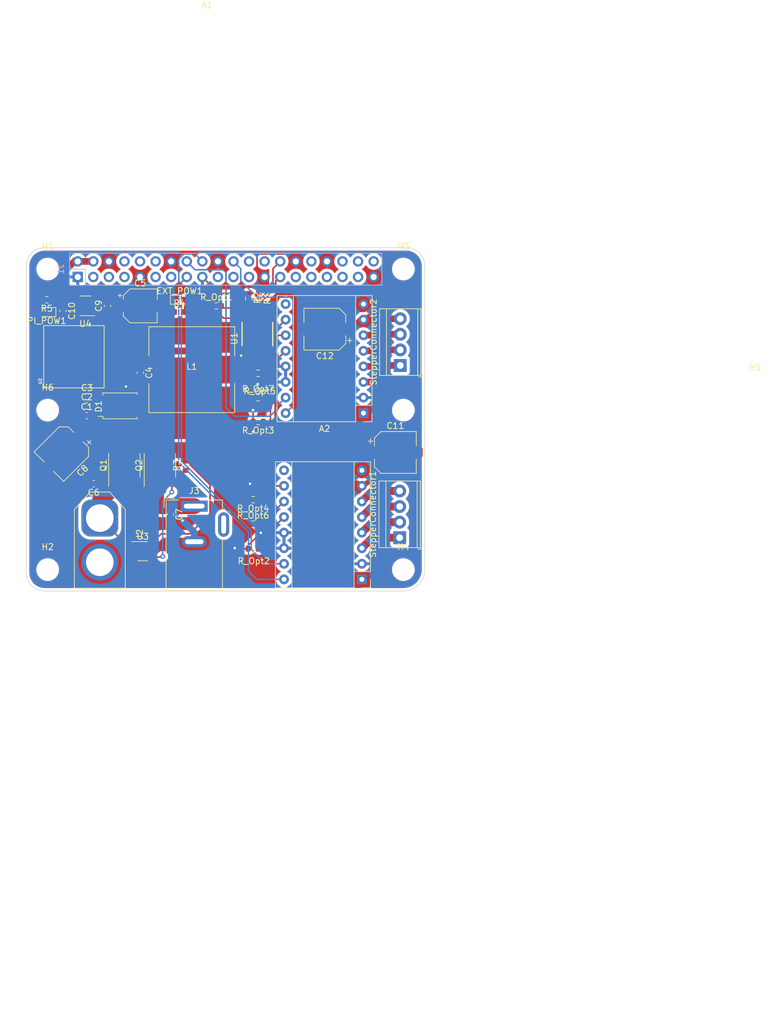
<source format=kicad_pcb>
(kicad_pcb (version 20211014) (generator pcbnew)
  (layers (0 "F.Cu" signal) (31 "B.Cu" signal) (34 "B.Paste" user) (35 "F.Paste" user) (36 "B.SilkS" user "B.Silkscreen") (37 "F.SilkS" user "F.Silkscreen") (38 "B.Mask" user) (39 "F.Mask" user) (44 "Edge.Cuts" user))
  (net 0 "")
  (net 1 "GND")
  (net 2 "+3V3")
  (net 3 "Net-(A1-Pad3)")
  (net 4 "Net-(A1-Pad4)")
  (net 5 "Net-(A1-Pad5)")
  (net 6 "Net-(A1-Pad6)")
  (net 7 "VCC")
  (net 9 "Net-(A1-Pad10)")
  (net 10 "Net-(A1-Pad11)")
  (net 11 "Net-(A1-Pad12)")
  (net 12 "/Step1")
  (net 13 "/Dir1")
  (net 14 "Net-(A2-Pad3)")
  (net 15 "Net-(A2-Pad4)")
  (net 16 "Net-(A2-Pad5)")
  (net 17 "Net-(A2-Pad6)")
  (net 19 "Net-(A2-Pad10)")
  (net 20 "Net-(A2-Pad11)")
  (net 21 "Net-(A2-Pad12)")
  (net 22 "/Step2")
  (net 23 "/Dir2")
  (net 24 "Net-(C6-Pad1)")
  (net 25 "Net-(C7-Pad1)")
  (net 26 "/Power/5V_out")
  (net 27 "+5V")
  (net 28 "Net-(EXT_POW1-Pad2)")
  (net 29 "/SDA")
  (net 30 "/SCL")
  (net 32 "/TXD")
  (net 33 "/RXD")
  (net 42 "/ID_SDA_EEPROM")
  (net 43 "/ID_SCL_EEPROM")
  (net 53 "Net-(PI_POW1-Pad2)")
  (net 55 "Net-(C4-Pad1)")
  (net 56 "Net-(C4-Pad2)")
  (net 57 "Net-(Q1-Pad4)")
  (net 58 "Net-(Q2-Pad4)")
  (net 62 "Net-(R_Opt1-Pad2)")
  (footprint "Capacitor_SMD:CP_Elec_6.3x7.7" (layer "F.Cu") (at 117.6 111.3 -135)
    (fp_text reference "C8" (at 0 -4.35 45) (layer "F.SilkS"))
    (fp_text value "47uF")
    (pad "1" smd roundrect (at -2.7 0 225) (size 3.5 1.6) (layers "F.Cu" "F.Paste" "F.Mask") (roundrect_rratio 0.15625) (net 7 "VCC"))
    (pad "2" smd roundrect (at 2.7 0 225) (size 3.5 1.6) (layers "F.Cu" "F.Paste" "F.Mask") (roundrect_rratio 0.15625) (net 1 "GND"))
  )
  (footprint "MountingHole:MountingHole_2.7mm_M2.5" (layer "F.Cu") (at 173 104.5)
    (fp_text reference "H5" (at 57.31 -6.94) (layer "F.SilkS"))
    (fp_text value "MountingHole")
    (pad "" np_thru_hole circle (at 0 0) (size 2.7 2.7) (drill 2.7) (layers *.Cu *.Mask))
  )
  (footprint "Module:Pololu_Breakout-16_15.2x20.3mm" (layer "F.Cu") (at 166.5 104.99 180)
    (fp_text reference "A2" (at 6.35 -2.54) (layer "F.SilkS"))
    (fp_text value "Pololu_Breakout_A4988")
    (pad "1" thru_hole rect (at 0 0 180) (size 1.6 1.6) (drill 0.8) (layers *.Cu *.Mask) (net 1 "GND"))
    (pad "2" thru_hole oval (at 0 2.54 180) (size 1.6 1.6) (drill 0.8) (layers *.Cu *.Mask) (net 2 "+3V3"))
    (pad "3" thru_hole oval (at 0 5.08 180) (size 1.6 1.6) (drill 0.8) (layers *.Cu *.Mask) (net 14 "Net-(A2-Pad3)"))
    (pad "4" thru_hole oval (at 0 7.62 180) (size 1.6 1.6) (drill 0.8) (layers *.Cu *.Mask) (net 15 "Net-(A2-Pad4)"))
    (pad "5" thru_hole oval (at 0 10.16 180) (size 1.6 1.6) (drill 0.8) (layers *.Cu *.Mask) (net 16 "Net-(A2-Pad5)"))
    (pad "6" thru_hole oval (at 0 12.7 180) (size 1.6 1.6) (drill 0.8) (layers *.Cu *.Mask) (net 17 "Net-(A2-Pad6)"))
    (pad "7" thru_hole oval (at 0 15.24 180) (size 1.6 1.6) (drill 0.8) (layers *.Cu *.Mask) (net 1 "GND"))
    (pad "8" thru_hole oval (at 0 17.78 180) (size 1.6 1.6) (drill 0.8) (layers *.Cu *.Mask) (net 7 "VCC"))
    (pad "9" thru_hole oval (at 12.7 17.78 180) (size 1.6 1.6) (drill 0.8) (layers *.Cu *.Mask))
    (pad "10" thru_hole oval (at 12.7 15.24 180) (size 1.6 1.6) (drill 0.8) (layers *.Cu *.Mask) (net 19 "Net-(A2-Pad10)"))
    (pad "11" thru_hole oval (at 12.7 12.7 180) (size 1.6 1.6) (drill 0.8) (layers *.Cu *.Mask) (net 20 "Net-(A2-Pad11)"))
    (pad "12" thru_hole oval (at 12.7 10.16 180) (size 1.6 1.6) (drill 0.8) (layers *.Cu *.Mask) (net 21 "Net-(A2-Pad12)"))
    (pad "13" thru_hole oval (at 12.7 7.62 180) (size 1.6 1.6) (drill 0.8) (layers *.Cu *.Mask) (net 2 "+3V3"))
    (pad "14" thru_hole oval (at 12.7 5.08 180) (size 1.6 1.6) (drill 0.8) (layers *.Cu *.Mask) (net 2 "+3V3"))
    (pad "15" thru_hole oval (at 12.7 2.54 180) (size 1.6 1.6) (drill 0.8) (layers *.Cu *.Mask) (net 22 "/Step2"))
    (pad "16" thru_hole oval (at 12.7 0 180) (size 1.6 1.6) (drill 0.8) (layers *.Cu *.Mask) (net 23 "/Dir2"))
  )
  (footprint "Package_SO:SOIC-8_3.9x4.9mm_P1.27mm" (layer "F.Cu") (at 127.5 113.5 90)
    (fp_text reference "Q1" (at 0 -3.4 90) (layer "F.SilkS"))
    (fp_text value "SI4143DY-T1-GE3")
    (pad "1" smd roundrect (at -2.475 -1.905 90) (size 1.95 0.6) (layers "F.Cu" "F.Paste" "F.Mask") (net 24 "Net-(C6-Pad1)"))
    (pad "2" smd roundrect (at -2.475 -0.635 90) (size 1.95 0.6) (layers "F.Cu" "F.Paste" "F.Mask") (net 24 "Net-(C6-Pad1)"))
    (pad "3" smd roundrect (at -2.475 0.635 90) (size 1.95 0.6) (layers "F.Cu" "F.Paste" "F.Mask") (net 24 "Net-(C6-Pad1)"))
    (pad "4" smd roundrect (at -2.475 1.905 90) (size 1.95 0.6) (layers "F.Cu" "F.Paste" "F.Mask") (net 57 "Net-(Q1-Pad4)"))
    (pad "5" smd roundrect (at 2.475 1.905 90) (size 1.95 0.6) (layers "F.Cu" "F.Paste" "F.Mask") (net 7 "VCC"))
    (pad "6" smd roundrect (at 2.475 0.635 90) (size 1.95 0.6) (layers "F.Cu" "F.Paste" "F.Mask") (net 7 "VCC"))
    (pad "7" smd roundrect (at 2.475 -0.635 90) (size 1.95 0.6) (layers "F.Cu" "F.Paste" "F.Mask") (net 7 "VCC"))
    (pad "8" smd roundrect (at 2.475 -1.905 90) (size 1.95 0.6) (layers "F.Cu" "F.Paste" "F.Mask") (net 7 "VCC"))
  )
  (footprint "Capacitor_SMD:C_0603_1608Metric" (layer "F.Cu") (at 135 121.5 -90)
    (fp_text reference "C7" (at 0 -1.43 90) (layer "F.SilkS"))
    (fp_text value "0.1uF")
    (pad "1" smd roundrect (at -0.775 0 270) (size 0.9 0.95) (layers "F.Cu" "F.Paste" "F.Mask") (net 25 "Net-(C7-Pad1)"))
    (pad "2" smd roundrect (at 0.775 0 270) (size 0.9 0.95) (layers "F.Cu" "F.Paste" "F.Mask") (net 1 "GND"))
  )
  (footprint "MountingHole:MountingHole_2.7mm_M2.5" (layer "F.Cu") (at 115 81.5)
    (fp_text reference "H1" (at 0 -3.7) (layer "F.SilkS"))
    (fp_text value "MountingHole")
    (pad "" np_thru_hole circle (at 0 0) (size 2.7 2.7) (drill 2.7) (layers *.Cu *.Mask))
  )
  (footprint "Package_TO_SOT_SMD:SOT-23-5_HandSoldering" (layer "F.Cu") (at 121.15 87.5 180)
    (fp_text reference "U4" (at 0 -2.9) (layer "F.SilkS"))
    (fp_text value "LTC4411ES5TRMPBF")
    (pad "1" smd rect (at -1.35 -0.95 180) (size 1.56 0.65) (layers "F.Cu" "F.Paste" "F.Mask") (net 26 "/Power/5V_out"))
    (pad "2" smd rect (at -1.35 0 180) (size 1.56 0.65) (layers "F.Cu" "F.Paste" "F.Mask") (net 1 "GND"))
    (pad "3" smd rect (at -1.35 0.95 180) (size 1.56 0.65) (layers "F.Cu" "F.Paste" "F.Mask") (net 1 "GND"))
    (pad "4" smd rect (at 1.35 0.95 180) (size 1.56 0.65) (layers "F.Cu" "F.Paste" "F.Mask"))
    (pad "5" smd rect (at 1.35 -0.95 180) (size 1.56 0.65) (layers "F.Cu" "F.Paste" "F.Mask") (net 27 "+5V"))
  )
  (footprint "Resistor_SMD:R_0603_1608Metric" (layer "F.Cu") (at 148.5 119.1 180)
    (fp_text reference "R_Opt4" (at 0 -1.43) (layer "F.SilkS"))
    (fp_text value "10k")
    (pad "1" smd roundrect (at -0.825 0 180) (size 0.8 0.95) (layers "F.Cu" "F.Paste" "F.Mask") (net 9 "Net-(A1-Pad10)"))
    (pad "2" smd roundrect (at 0.825 0 180) (size 0.8 0.95) (layers "F.Cu" "F.Paste" "F.Mask") (net 2 "+3V3"))
  )
  (footprint "Capacitor_SMD:C_0603_1608Metric" (layer "F.Cu") (at 121.375 103.8)
    (fp_text reference "C2" (at 0 -1.43) (layer "F.SilkS"))
    (fp_text value "10uF")
    (pad "1" smd roundrect (at -0.775 0) (size 0.9 0.95) (layers "F.Cu" "F.Paste" "F.Mask") (net 7 "VCC"))
    (pad "2" smd roundrect (at 0.775 0) (size 0.9 0.95) (layers "F.Cu" "F.Paste" "F.Mask") (net 1 "GND"))
  )
  (footprint "Resistor_SMD:R_0603_1608Metric" (layer "F.Cu") (at 148.5 127.1 180)
    (fp_text reference "R_Opt2" (at -0.1 -2) (layer "F.SilkS"))
    (fp_text value "10k")
    (pad "1" smd roundrect (at -0.825 0 180) (size 0.8 0.95) (layers "F.Cu" "F.Paste" "F.Mask") (net 11 "Net-(A1-Pad12)"))
    (pad "2" smd roundrect (at 0.825 0 180) (size 0.8 0.95) (layers "F.Cu" "F.Paste" "F.Mask") (net 2 "+3V3"))
  )
  (footprint "Capacitor_SMD:C_0603_1608Metric" (layer "F.Cu") (at 130.1 98.4 -90)
    (fp_text reference "C4" (at 0 -1.43 -270) (layer "F.SilkS"))
    (fp_text value "10nF")
    (pad "1" smd roundrect (at -0.775 0 270) (size 0.9 0.95) (layers "F.Cu" "F.Paste" "F.Mask") (net 55 "Net-(C4-Pad1)"))
    (pad "2" smd roundrect (at 0.775 0 270) (size 0.9 0.95) (layers "F.Cu" "F.Paste" "F.Mask") (net 56 "Net-(C4-Pad2)"))
  )
  (footprint "Resistor_SMD:R_0603_1608Metric" (layer "F.Cu") (at 114.85 86.5 180)
    (fp_text reference "R5" (at 0 -1.43) (layer "F.SilkS"))
    (fp_text value "1k")
    (pad "1" smd roundrect (at -0.825 0 180) (size 0.8 0.95) (layers "F.Cu" "F.Paste" "F.Mask") (net 27 "+5V"))
    (pad "2" smd roundrect (at 0.825 0 180) (size 0.8 0.95) (layers "F.Cu" "F.Paste" "F.Mask") (net 53 "Net-(PI_POW1-Pad2)"))
  )
  (footprint "iclr:SOIC127P600X175-8N" (layer "F.Cu") (at 149.2 92.1 90)
    (fp_text reference "U1" (at -0.731325 -3.766835 90) (layer "F.SilkS") (effects (font (size 1.001819 1.001819))))
    (fp_text value "CAT24C32WI-GT3")
    (pad "1" smd rect (at -2.6 -1.905) (size 0.6 2.2) (layers "F.Cu" "F.Paste" "F.Mask") (net 1 "GND"))
    (pad "2" smd rect (at -2.6 -0.635) (size 0.6 2.2) (layers "F.Cu" "F.Paste" "F.Mask") (net 1 "GND"))
    (pad "3" smd rect (at -2.6 0.635) (size 0.6 2.2) (layers "F.Cu" "F.Paste" "F.Mask") (net 1 "GND"))
    (pad "4" smd rect (at -2.6 1.905) (size 0.6 2.2) (layers "F.Cu" "F.Paste" "F.Mask") (net 1 "GND"))
    (pad "5" smd rect (at 2.6 1.905) (size 0.6 2.2) (layers "F.Cu" "F.Paste" "F.Mask") (net 42 "/ID_SDA_EEPROM"))
    (pad "6" smd rect (at 2.6 0.635) (size 0.6 2.2) (layers "F.Cu" "F.Paste" "F.Mask") (net 43 "/ID_SCL_EEPROM"))
    (pad "7" smd rect (at 2.6 -0.635) (size 0.6 2.2) (layers "F.Cu" "F.Paste" "F.Mask") (net 62 "Net-(R_Opt1-Pad2)"))
    (pad "8" smd rect (at 2.6 -1.905) (size 0.6 2.2) (layers "F.Cu" "F.Paste" "F.Mask") (net 2 "+3V3"))
  )
  (footprint "Capacitor_SMD:C_0603_1608Metric" (layer "F.Cu") (at 121.375 105.4)
    (fp_text reference "C1" (at 0 -1.43) (layer "F.SilkS"))
    (fp_text value "10uF")
    (pad "1" smd roundrect (at -0.775 0) (size 0.9 0.95) (layers "F.Cu" "F.Paste" "F.Mask") (net 7 "VCC"))
    (pad "2" smd roundrect (at 0.775 0) (size 0.9 0.95) (layers "F.Cu" "F.Paste" "F.Mask") (net 1 "GND"))
  )
  (footprint "Resistor_SMD:R_0603_1608Metric" (layer "F.Cu") (at 149.325 106.3675 180)
    (fp_text reference "R_Opt3" (at 0 -1.43) (layer "F.SilkS"))
    (fp_text value "10k")
    (pad "1" smd roundrect (at -0.825 0 180) (size 0.8 0.95) (layers "F.Cu" "F.Paste" "F.Mask") (net 21 "Net-(A2-Pad12)"))
    (pad "2" smd roundrect (at 0.825 0 180) (size 0.8 0.95) (layers "F.Cu" "F.Paste" "F.Mask") (net 2 "+3V3"))
  )
  (footprint "Resistor_SMD:R_0603_1608Metric" (layer "F.Cu") (at 147.8 86.3 -90)
    (fp_text reference "R2" (at -0.125 -1.4 90) (layer "F.SilkS"))
    (fp_text value "3.9k")
    (pad "1" smd roundrect (at -0.825 0 270) (size 0.8 0.95) (layers "F.Cu" "F.Paste" "F.Mask") (net 2 "+3V3"))
    (pad "2" smd roundrect (at 0.825 0 270) (size 0.8 0.95) (layers "F.Cu" "F.Paste" "F.Mask") (net 43 "/ID_SCL_EEPROM"))
  )
  (footprint "Capacitor_SMD:C_0603_1608Metric" (layer "F.Cu") (at 122.5 116.5 180)
    (fp_text reference "C6" (at 0 -1.43) (layer "F.SilkS"))
    (fp_text value "0.1uF")
    (pad "1" smd roundrect (at -0.775 0 180) (size 0.9 0.95) (layers "F.Cu" "F.Paste" "F.Mask") (net 24 "Net-(C6-Pad1)"))
    (pad "2" smd roundrect (at 0.775 0 180) (size 0.9 0.95) (layers "F.Cu" "F.Paste" "F.Mask") (net 1 "GND"))
  )
  (footprint "LED_SMD:LED_0603_1608Metric" (layer "F.Cu") (at 136.5 86.5)
    (fp_text reference "EXT_POW1" (at 0 -1.43) (layer "F.SilkS"))
    (fp_text value "LED")
    (pad "1" smd roundrect (at -0.7875 0) (size 0.875 0.95) (layers "F.Cu" "F.Paste" "F.Mask") (net 1 "GND"))
    (pad "2" smd roundrect (at 0.7875 0) (size 0.875 0.95) (layers "F.Cu" "F.Paste" "F.Mask") (net 28 "Net-(EXT_POW1-Pad2)"))
  )
  (footprint "MountingHole:MountingHole_2.7mm_M2.5" (layer "F.Cu") (at 115 104.5)
    (fp_text reference "H6" (at 0 -3.7) (layer "F.SilkS"))
    (fp_text value "MountingHole")
    (pad "" np_thru_hole circle (at 0 0) (size 2.7 2.7) (drill 2.7) (layers *.Cu *.Mask))
  )
  (footprint "Capacitor_SMD:C_0603_1608Metric" (layer "F.Cu") (at 121.4 102.3)
    (fp_text reference "C3" (at 0 -1.43) (layer "F.SilkS"))
    (fp_text value "1uF")
    (pad "1" smd roundrect (at -0.775 0) (size 0.9 0.95) (layers "F.Cu" "F.Paste" "F.Mask") (net 7 "VCC"))
    (pad "2" smd roundrect (at 0.775 0) (size 0.9 0.95) (layers "F.Cu" "F.Paste" "F.Mask") (net 1 "GND"))
  )
  (footprint "TerminalBlock_TE-Connectivity:TerminalBlock_TE_282834-4_1x04_P2.54mm_Horizontal" (layer "F.Cu") (at 172.5 97.215 90)
    (fp_text reference "StepperConnector2" (at 3.81 -4.37 90) (layer "F.SilkS"))
    (fp_text value "Screw_Terminal_01x04")
    (pad "1" thru_hole rect (at 0 0 90) (size 2.1 2.1) (drill 1.1) (layers *.Cu *.Mask) (net 14 "Net-(A2-Pad3)"))
    (pad "2" thru_hole circle (at 2.54 0 90) (size 2.1 2.1) (drill 1.1) (layers *.Cu *.Mask) (net 15 "Net-(A2-Pad4)"))
    (pad "3" thru_hole circle (at 5.08 0 90) (size 2.1 2.1) (drill 1.1) (layers *.Cu *.Mask) (net 16 "Net-(A2-Pad5)"))
    (pad "4" thru_hole circle (at 7.62 0 90) (size 2.1 2.1) (drill 1.1) (layers *.Cu *.Mask) (net 17 "Net-(A2-Pad6)"))
  )
  (footprint "Resistor_SMD:R_0603_1608Metric" (layer "F.Cu") (at 142.5 87.5)
    (fp_text reference "R_Opt1" (at 0 -1.43) (layer "F.SilkS"))
    (fp_text value "10k")
    (pad "1" smd roundrect (at -0.825 0) (size 0.8 0.95) (layers "F.Cu" "F.Paste" "F.Mask") (net 2 "+3V3"))
    (pad "2" smd roundrect (at 0.825 0) (size 0.8 0.95) (layers "F.Cu" "F.Paste" "F.Mask") (net 62 "Net-(R_Opt1-Pad2)"))
  )
  (footprint "TerminalBlock_TE-Connectivity:TerminalBlock_TE_282834-4_1x04_P2.54mm_Horizontal" (layer "F.Cu") (at 172.4 125.3 90)
    (fp_text reference "StepperConnector1" (at 3.81 -4.37 90) (layer "F.SilkS"))
    (fp_text value "Screw_Terminal_01x04")
    (pad "1" thru_hole rect (at 0 0 90) (size 2.1 2.1) (drill 1.1) (layers *.Cu *.Mask) (net 3 "Net-(A1-Pad3)"))
    (pad "2" thru_hole circle (at 2.54 0 90) (size 2.1 2.1) (drill 1.1) (layers *.Cu *.Mask) (net 4 "Net-(A1-Pad4)"))
    (pad "3" thru_hole circle (at 5.08 0 90) (size 2.1 2.1) (drill 1.1) (layers *.Cu *.Mask) (net 5 "Net-(A1-Pad5)"))
    (pad "4" thru_hole circle (at 7.62 0 90) (size 2.1 2.1) (drill 1.1) (layers *.Cu *.Mask) (net 6 "Net-(A1-Pad6)"))
  )
  (footprint "iclr:Bourns_SRP1270" (layer "F.Cu") (at 138.5 97.9)
    (fp_text reference "L1" (at 0 -0.5 unlocked) (layer "F.SilkS"))
    (fp_text value "8.2uH")
    (pad "1" smd rect (at -5.5 0 90) (size 4.5 4) (layers "F.Cu" "F.Paste" "F.Mask") (net 56 "Net-(C4-Pad2)"))
    (pad "2" smd rect (at 5.5 0 90) (size 4.5 4) (layers "F.Cu" "F.Paste" "F.Mask") (net 26 "/Power/5V_out"))
  )
  (footprint "iclr:TO127P1401X200-7N" (layer "F.Cu") (at 121.6 95.8 90)
    (fp_text reference "U2" (at -3.984965 -7.807367 90) (layer "F.SilkS") (effects (font (size 0.481082 0.481082))))
    (fp_text value "LM22679TJ-5.0/NOPB")
    (pad "1" smd roundrect locked (at -3.81 5.99 180) (size 2.89 0.89) (layers "F.Cu" "F.Paste" "F.Mask") (net 56 "Net-(C4-Pad2)"))
    (pad "2" smd roundrect locked (at -2.54 5.99 180) (size 2.89 0.89) (layers "F.Cu" "F.Paste" "F.Mask") (net 7 "VCC"))
    (pad "3" smd roundrect locked (at -1.27 5.99 180) (size 2.89 0.89) (layers "F.Cu" "F.Paste" "F.Mask") (net 55 "Net-(C4-Pad1)"))
    (pad "4" smd roundrect locked (at 0 5.99 180) (size 2.89 0.89) (layers "F.Cu" "F.Paste" "F.Mask") (net 1 "GND"))
    (pad "5" smd roundrect locked (at 1.27 5.99 180) (size 2.89 0.89) (layers "F.Cu" "F.Paste" "F.Mask"))
    (pad "6" smd roundrect locked (at 2.54 5.99 180) (size 2.89 0.89) (layers "F.Cu" "F.Paste" "F.Mask") (net 26 "/Power/5V_out"))
    (pad "7" smd roundrect locked (at 3.81 5.99 180) (size 2.89 0.89) (layers "F.Cu" "F.Paste" "F.Mask"))
    (pad "8" smd rect locked (at 0 -3.235 90) (size 5.59 6.35) (layers "F.Cu" "F.Mask") (net 1 "GND"))
  )
  (footprint "Connector_AMASS:AMASS_XT60-F_1x02_P7.20mm_Vertical" (layer "F.Cu") (at 123.5 122.1 -90)
    (fp_text reference "J2" (at 2.65 -6.5 90) (layer "F.SilkS"))
    (fp_text value "Conn_01x02")
    (pad "1" thru_hole roundrect (at 0 0 270) (size 6 6) (drill 4.5) (layers *.Cu *.Mask) (net 24 "Net-(C6-Pad1)"))
    (pad "2" thru_hole circle (at 7.2 0 270) (size 6 6) (drill 4.5) (layers *.Cu *.Mask) (net 1 "GND"))
  )
  (footprint "LED_SMD:LED_0603_1608Metric" (layer "F.Cu") (at 114.85 88.5 180)
    (fp_text reference "PI_POW1" (at 0 -1.43) (layer "F.SilkS"))
    (fp_text value "LED")
    (pad "1" smd roundrect (at -0.7875 0 180) (size 0.875 0.95) (layers "F.Cu" "F.Paste" "F.Mask") (net 1 "GND"))
    (pad "2" smd roundrect (at 0.7875 0 180) (size 0.875 0.95) (layers "F.Cu" "F.Paste" "F.Mask") (net 53 "Net-(PI_POW1-Pad2)"))
  )
  (footprint "Resistor_SMD:R_0603_1608Metric" (layer "F.Cu") (at 136.5 88.5)
    (fp_text reference "R4" (at 0 -1.43) (layer "F.SilkS"))
    (fp_text value "1k")
    (pad "1" smd roundrect (at -0.825 0) (size 0.8 0.95) (layers "F.Cu" "F.Paste" "F.Mask") (net 26 "/Power/5V_out"))
    (pad "2" smd roundrect (at 0.825 0) (size 0.8 0.95) (layers "F.Cu" "F.Paste" "F.Mask") (net 28 "Net-(EXT_POW1-Pad2)"))
  )
  (footprint "Module:Pololu_Breakout-16_15.2x20.3mm" (layer "F.Cu") (at 166.24 132.09 180)
    (fp_text reference "A1" (at 25.25 93.61) (layer "F.SilkS"))
    (fp_text value "Pololu_Breakout_A4988")
    (pad "1" thru_hole rect (at 0 0 180) (size 1.6 1.6) (drill 0.8) (layers *.Cu *.Mask) (net 1 "GND"))
    (pad "2" thru_hole oval (at 0 2.54 180) (size 1.6 1.6) (drill 0.8) (layers *.Cu *.Mask) (net 2 "+3V3"))
    (pad "3" thru_hole oval (at 0 5.08 180) (size 1.6 1.6) (drill 0.8) (layers *.Cu *.Mask) (net 3 "Net-(A1-Pad3)"))
    (pad "4" thru_hole oval (at 0 7.62 180) (size 1.6 1.6) (drill 0.8) (layers *.Cu *.Mask) (net 4 "Net-(A1-Pad4)"))
    (pad "5" thru_hole oval (at 0 10.16 180) (size 1.6 1.6) (drill 0.8) (layers *.Cu *.Mask) (net 5 "Net-(A1-Pad5)"))
    (pad "6" thru_hole oval (at 0 12.7 180) (size 1.6 1.6) (drill 0.8) (layers *.Cu *.Mask) (net 6 "Net-(A1-Pad6)"))
    (pad "7" thru_hole oval (at 0 15.24 180) (size 1.6 1.6) (drill 0.8) (layers *.Cu *.Mask) (net 1 "GND"))
    (pad "8" thru_hole oval (at 0 17.78 180) (size 1.6 1.6) (drill 0.8) (layers *.Cu *.Mask) (net 7 "VCC"))
    (pad "9" thru_hole oval (at 12.7 17.78 180) (size 1.6 1.6) (drill 0.8) (layers *.Cu *.Mask))
    (pad "10" thru_hole oval (at 12.7 15.24 180) (size 1.6 1.6) (drill 0.8) (layers *.Cu *.Mask) (net 9 "Net-(A1-Pad10)"))
    (pad "11" thru_hole oval (at 12.7 12.7 180) (size 1.6 1.6) (drill 0.8) (layers *.Cu *.Mask) (net 10 "Net-(A1-Pad11)"))
    (pad "12" thru_hole oval (at 12.7 10.16 180) (size 1.6 1.6) (drill 0.8) (layers *.Cu *.Mask) (net 11 "Net-(A1-Pad12)"))
    (pad "13" thru_hole oval (at 12.7 7.62 180) (size 1.6 1.6) (drill 0.8) (layers *.Cu *.Mask) (net 2 "+3V3"))
    (pad "14" thru_hole oval (at 12.7 5.08 180) (size 1.6 1.6) (drill 0.8) (layers *.Cu *.Mask) (net 2 "+3V3"))
    (pad "15" thru_hole oval (at 12.7 2.54 180) (size 1.6 1.6) (drill 0.8) (layers *.Cu *.Mask) (net 12 "/Step1"))
    (pad "16" thru_hole oval (at 12.7 0 180) (size 1.6 1.6) (drill 0.8) (layers *.Cu *.Mask) (net 13 "/Dir1"))
  )
  (footprint "Capacitor_SMD:CP_Elec_6.3x7.7" (layer "F.Cu") (at 160.2 91.3 180)
    (fp_text reference "C12" (at 0 -4.35) (layer "F.SilkS"))
    (fp_text value "47uF")
    (pad "1" smd roundrect (at -2.7 0 180) (size 3.5 1.6) (layers "F.Cu" "F.Paste" "F.Mask") (roundrect_rratio 0.15625) (net 7 "VCC"))
    (pad "2" smd roundrect (at 2.7 0 180) (size 3.5 1.6) (layers "F.Cu" "F.Paste" "F.Mask") (roundrect_rratio 0.15625) (net 1 "GND"))
  )
  (footprint "MountingHole:MountingHole_2.7mm_M2.5" (layer "F.Cu") (at 173 81.5)
    (fp_text reference "H3" (at 0 -3.7) (layer "F.SilkS"))
    (fp_text value "MountingHole")
    (pad "" np_thru_hole circle (at 0 0) (size 2.7 2.7) (drill 2.7) (layers *.Cu *.Mask))
  )
  (footprint "Capacitor_SMD:C_0603_1608Metric" (layer "F.Cu") (at 124.75 87.5 90)
    (fp_text reference "C9" (at 0 -1.43 90) (layer "F.SilkS"))
    (fp_text value "1uF")
    (pad "1" smd roundrect (at -0.775 0 90) (size 0.9 0.95) (layers "F.Cu" "F.Paste" "F.Mask") (net 26 "/Power/5V_out"))
    (pad "2" smd roundrect (at 0.775 0 90) (size 0.9 0.95) (layers "F.Cu" "F.Paste" "F.Mask") (net 1 "GND"))
  )
  (footprint "Resistor_SMD:R_0603_1608Metric" (layer "F.Cu") (at 137.5 113.5 90)
    (fp_text reference "R3" (at 0 -1.43 90) (layer "F.SilkS"))
    (fp_text value "470k")
    (pad "1" smd roundrect (at -0.825 0 90) (size 0.8 0.95) (layers "F.Cu" "F.Paste" "F.Mask") (net 58 "Net-(Q2-Pad4)"))
    (pad "2" smd roundrect (at 0.825 0 90) (size 0.8 0.95) (layers "F.Cu" "F.Paste" "F.Mask") (net 7 "VCC"))
  )
  (footprint "Capacitor_SMD:CP_Elec_6.3x7.7" (layer "F.Cu") (at 171.7 111.4)
    (fp_text reference "C11" (at 0 -4.35) (layer "F.SilkS"))
    (fp_text value "47uF")
    (pad "1" smd roundrect (at -2.7 0) (size 3.5 1.6) (layers "F.Cu" "F.Paste" "F.Mask") (roundrect_rratio 0.15625) (net 7 "VCC"))
    (pad "2" smd roundrect (at 2.7 0) (size 3.5 1.6) (layers "F.Cu" "F.Paste" "F.Mask") (roundrect_rratio 0.15625) (net 1 "GND"))
  )
  (footprint "MountingHole:MountingHole_2.7mm_M2.5" (layer "F.Cu") (at 173 130.5)
    (fp_text reference "H4" (at 0 -3.7) (layer "F.SilkS"))
    (fp_text value "MountingHole")
    (pad "" np_thru_hole circle (at 0 0) (size 2.7 2.7) (drill 2.7) (layers *.Cu *.Mask))
  )
  (footprint "Package_TO_SOT_SMD:TSOT-23-6" (layer "F.Cu") (at 130.5 127.5)
    (fp_text reference "U3" (at 0 -2.4) (layer "F.SilkS"))
    (fp_text value "LTC4412xS6")
    (pad "1" smd roundrect (at -1.1375 -0.95) (size 1.325 0.6) (layers "F.Cu" "F.Paste" "F.Mask") (net 24 "Net-(C6-Pad1)"))
    (pad "2" smd roundrect (at -1.1375 0) (size 1.325 0.6) (layers "F.Cu" "F.Paste" "F.Mask") (net 1 "GND"))
    (pad "3" smd roundrect (at -1.1375 0.95) (size 1.325 0.6) (layers "F.Cu" "F.Paste" "F.Mask") (net 1 "GND"))
    (pad "4" smd roundrect (at 1.1375 0.95) (size 1.325 0.6) (layers "F.Cu" "F.Paste" "F.Mask") (net 58 "Net-(Q2-Pad4)"))
    (pad "5" smd roundrect (at 1.1375 0) (size 1.325 0.6) (layers "F.Cu" "F.Paste" "F.Mask") (net 57 "Net-(Q1-Pad4)"))
    (pad "6" smd roundrect (at 1.1375 -0.95) (size 1.325 0.6) (layers "F.Cu" "F.Paste" "F.Mask") (net 7 "VCC"))
  )
  (footprint "Resistor_SMD:R_0603_1608Metric" (layer "F.Cu") (at 149.325 98.5 180)
    (fp_text reference "R_Opt5" (at -0.237258 -2.8975) (layer "F.SilkS"))
    (fp_text value "10k")
    (pad "1" smd roundrect (at -0.825 0 180) (size 0.8 0.95) (layers "F.Cu" "F.Paste" "F.Mask") (net 19 "Net-(A2-Pad10)"))
    (pad "2" smd roundrect (at 0.825 0 180) (size 0.8 0.95) (layers "F.Cu" "F.Paste" "F.Mask") (net 2 "+3V3"))
  )
  (footprint "Package_TO_SOT_SMD:TO-277B" (layer "F.Cu") (at 126.8 103.8 90)
    (fp_text reference "D1" (at -0.1 -3.5 90) (layer "F.SilkS"))
    (fp_text value "DST1550S")
    (pad "1" smd rect (at -0.97 -3.15 90) (size 0.95 1) (layers "F.Cu" "F.Paste" "F.Mask") (net 1 "GND"))
    (pad "2" smd rect (at 0.97 -3.15 90) (size 0.95 1) (layers "F.Cu" "F.Paste" "F.Mask") (net 1 "GND"))
    (pad "3" smd rect (at 0 1.2 90) (size 3.2 4.9) (layers "F.Cu" "F.Mask") (net 56 "Net-(C4-Pad2)"))
  )
  (footprint "Capacitor_SMD:CP_Elec_5x5.9" (layer "F.Cu") (at 130.1 87.5)
    (fp_text reference "C5" (at 0 -3.7) (layer "F.SilkS"))
    (fp_text value "100uF")
    (pad "1" smd roundrect (at -2.2 0) (size 3 1.6) (layers "F.Cu" "F.Paste" "F.Mask") (roundrect_rratio 0.15625) (net 26 "/Power/5V_out"))
    (pad "2" smd roundrect (at 2.2 0) (size 3 1.6) (layers "F.Cu" "F.Paste" "F.Mask") (roundrect_rratio 0.15625) (net 1 "GND"))
  )
  (footprint "Package_SO:SOIC-8_3.9x4.9mm_P1.27mm" (layer "F.Cu") (at 133.3 113.5 90)
    (fp_text reference "Q2" (at 0 -3.4 90) (layer "F.SilkS"))
    (fp_text value "SI4143DY-T1-GE3")
    (pad "1" smd roundrect (at -2.475 -1.905 90) (size 1.95 0.6) (layers "F.Cu" "F.Paste" "F.Mask") (net 25 "Net-(C7-Pad1)"))
    (pad "2" smd roundrect (at -2.475 -0.635 90) (size 1.95 0.6) (layers "F.Cu" "F.Paste" "F.Mask") (net 25 "Net-(C7-Pad1)"))
    (pad "3" smd roundrect (at -2.475 0.635 90) (size 1.95 0.6) (layers "F.Cu" "F.Paste" "F.Mask") (net 25 "Net-(C7-Pad1)"))
    (pad "4" smd roundrect (at -2.475 1.905 90) (size 1.95 0.6) (layers "F.Cu" "F.Paste" "F.Mask") (net 58 "Net-(Q2-Pad4)"))
    (pad "5" smd roundrect (at 2.475 1.905 90) (size 1.95 0.6) (layers "F.Cu" "F.Paste" "F.Mask") (net 7 "VCC"))
    (pad "6" smd roundrect (at 2.475 0.635 90) (size 1.95 0.6) (layers "F.Cu" "F.Paste" "F.Mask") (net 7 "VCC"))
    (pad "7" smd roundrect (at 2.475 -0.635 90) (size 1.95 0.6) (layers "F.Cu" "F.Paste" "F.Mask") (net 7 "VCC"))
    (pad "8" smd roundrect (at 2.475 -1.905 90) (size 1.95 0.6) (layers "F.Cu" "F.Paste" "F.Mask") (net 7 "VCC"))
  )
  (footprint "Resistor_SMD:R_0603_1608Metric" (layer "F.Cu") (at 149.4 86.3 -90)
    (fp_text reference "R1" (at 0 -1.43 90) (layer "F.SilkS"))
    (fp_text value "3.9k")
    (pad "1" smd roundrect (at -0.825 0 270) (size 0.8 0.95) (layers "F.Cu" "F.Paste" "F.Mask") (net 2 "+3V3"))
    (pad "2" smd roundrect (at 0.825 0 270) (size 0.8 0.95) (layers "F.Cu" "F.Paste" "F.Mask") (net 42 "/ID_SDA_EEPROM"))
  )
  (footprint "Resistor_SMD:R_0603_1608Metric" (layer "F.Cu") (at 149.325 102.4675)
    (fp_text reference "R_Opt7" (at 0 -1.43) (layer "F.SilkS"))
    (fp_text value "10k")
    (pad "1" smd roundrect (at -0.825 0) (size 0.8 0.95) (layers "F.Cu" "F.Paste" "F.Mask") (net 1 "GND"))
    (pad "2" smd roundrect (at 0.825 0) (size 0.8 0.95) (layers "F.Cu" "F.Paste" "F.Mask") (net 20 "Net-(A2-Pad11)"))
  )
  (footprint "Resistor_SMD:R_0603_1608Metric" (layer "F.Cu") (at 148.5 123.1)
    (fp_text reference "R_Opt6" (at 0 -1.43) (layer "F.SilkS"))
    (fp_text value "10k")
    (pad "1" smd roundrect (at -0.825 0) (size 0.8 0.95) (layers "F.Cu" "F.Paste" "F.Mask") (net 1 "GND"))
    (pad "2" smd roundrect (at 0.825 0) (size 0.8 0.95) (layers "F.Cu" "F.Paste" "F.Mask") (net 10 "Net-(A1-Pad11)"))
  )
  (footprint "Capacitor_SMD:C_0603_1608Metric" (layer "F.Cu") (at 117.5 88.325 -90)
    (fp_text reference "C10" (at 0 -1.43 90) (layer "F.SilkS"))
    (fp_text value "4.7uF")
    (pad "1" smd roundrect (at -0.775 0 270) (size 0.9 0.95) (layers "F.Cu" "F.Paste" "F.Mask") (net 27 "+5V"))
    (pad "2" smd roundrect (at 0.775 0 270) (size 0.9 0.95) (layers "F.Cu" "F.Paste" "F.Mask") (net 1 "GND"))
  )
  (footprint "Connector_BarrelJack:BarrelJack_Wuerth_6941xx301002" (layer "F.Cu") (at 138.9 120.15)
    (fp_text reference "J3" (at 0 -2.5) (layer "F.SilkS"))
    (fp_text value "Barrel_Jack_Switch")
    (pad "1" thru_hole rect (at 0 0) (size 4.4 1.8) (drill oval 3.4 0.8) (layers *.Cu *.Mask) (net 25 "Net-(C7-Pad1)"))
    (pad "2" thru_hole oval (at 0 5.8) (size 4 1.8) (drill oval 3 0.8) (layers *.Cu *.Mask) (net 1 "GND"))
    (pad "3" thru_hole oval (at 4.8 3 90) (size 4 1.8) (drill oval 3 0.8) (layers *.Cu *.Mask))
  )
  (footprint "MountingHole:MountingHole_2.7mm_M2.5" (layer "F.Cu") (at 115 130.5)
    (fp_text reference "H2" (at 0 -3.7) (layer "F.SilkS"))
    (fp_text value "MountingHole")
    (pad "" np_thru_hole circle (at 0 0) (size 2.7 2.7) (drill 2.7) (layers *.Cu *.Mask))
  )
  (footprint "Connector_PinSocket_2.54mm:PinSocket_2x20_P2.54mm_Vertical" (layer "B.Cu") (at 119.9 82.79 -90)
    (fp_text reference "J1" (at -1.27 2.77 90) (layer "B.SilkS") (effects (justify mirror)))
    (fp_text value "Raspberry_Pi_2_3")
    (pad "1" thru_hole rect (at 0 0 270) (size 1.7 1.7) (drill 1) (layers *.Cu *.Mask) (net 2 "+3V3"))
    (pad "2" thru_hole oval (at -2.54 0 270) (size 1.7 1.7) (drill 1) (layers *.Cu *.Mask) (net 27 "+5V"))
    (pad "3" thru_hole oval (at 0 -2.54 270) (size 1.7 1.7) (drill 1) (layers *.Cu *.Mask) (net 29 "/SDA"))
    (pad "4" thru_hole oval (at -2.54 -2.54 270) (size 1.7 1.7) (drill 1) (layers *.Cu *.Mask) (net 27 "+5V"))
    (pad "5" thru_hole oval (at 0 -5.08 270) (size 1.7 1.7) (drill 1) (layers *.Cu *.Mask) (net 30 "/SCL"))
    (pad "6" thru_hole oval (at -2.54 -5.08 270) (size 1.7 1.7) (drill 1) (layers *.Cu *.Mask) (net 1 "GND"))
    (pad "7" thru_hole oval (at 0 -7.62 270) (size 1.7 1.7) (drill 1) (layers *.Cu *.Mask))
    (pad "8" thru_hole oval (at -2.54 -7.62 270) (size 1.7 1.7) (drill 1) (layers *.Cu *.Mask) (net 32 "/TXD"))
    (pad "9" thru_hole oval (at 0 -10.16 270) (size 1.7 1.7) (drill 1) (layers *.Cu *.Mask) (net 1 "GND"))
    (pad "10" thru_hole oval (at -2.54 -10.16 270) (size 1.7 1.7) (drill 1) (layers *.Cu *.Mask) (net 33 "/RXD"))
    (pad "11" thru_hole oval (at 0 -12.7 270) (size 1.7 1.7) (drill 1) (layers *.Cu *.Mask))
    (pad "12" thru_hole oval (at -2.54 -12.7 270) (size 1.7 1.7) (drill 1) (layers *.Cu *.Mask))
    (pad "13" thru_hole oval (at 0 -15.24 270) (size 1.7 1.7) (drill 1) (layers *.Cu *.Mask))
    (pad "14" thru_hole oval (at -2.54 -15.24 270) (size 1.7 1.7) (drill 1) (layers *.Cu *.Mask) (net 1 "GND"))
    (pad "15" thru_hole oval (at 0 -17.78 270) (size 1.7 1.7) (drill 1) (layers *.Cu *.Mask) (net 12 "/Step1"))
    (pad "16" thru_hole oval (at -2.54 -17.78 270) (size 1.7 1.7) (drill 1) (layers *.Cu *.Mask) (net 22 "/Step2"))
    (pad "17" thru_hole oval (at 0 -20.32 270) (size 1.7 1.7) (drill 1) (layers *.Cu *.Mask) (net 2 "+3V3"))
    (pad "18" thru_hole oval (at -2.54 -20.32 270) (size 1.7 1.7) (drill 1) (layers *.Cu *.Mask) (net 13 "/Dir1"))
    (pad "19" thru_hole oval (at 0 -22.86 270) (size 1.7 1.7) (drill 1) (layers *.Cu *.Mask))
    (pad "20" thru_hole oval (at -2.54 -22.86 270) (size 1.7 1.7) (drill 1) (layers *.Cu *.Mask) (net 1 "GND"))
    (pad "21" thru_hole oval (at 0 -25.4 270) (size 1.7 1.7) (drill 1) (layers *.Cu *.Mask))
    (pad "22" thru_hole oval (at -2.54 -25.4 270) (size 1.7 1.7) (drill 1) (layers *.Cu *.Mask) (net 23 "/Dir2"))
    (pad "23" thru_hole oval (at 0 -27.94 270) (size 1.7 1.7) (drill 1) (layers *.Cu *.Mask))
    (pad "24" thru_hole oval (at -2.54 -27.94 270) (size 1.7 1.7) (drill 1) (layers *.Cu *.Mask))
    (pad "25" thru_hole oval (at 0 -30.48 270) (size 1.7 1.7) (drill 1) (layers *.Cu *.Mask) (net 1 "GND"))
    (pad "26" thru_hole oval (at -2.54 -30.48 270) (size 1.7 1.7) (drill 1) (layers *.Cu *.Mask))
    (pad "27" thru_hole oval (at 0 -33.02 270) (size 1.7 1.7) (drill 1) (layers *.Cu *.Mask) (net 42 "/ID_SDA_EEPROM"))
    (pad "28" thru_hole oval (at -2.54 -33.02 270) (size 1.7 1.7) (drill 1) (layers *.Cu *.Mask) (net 43 "/ID_SCL_EEPROM"))
    (pad "29" thru_hole oval (at 0 -35.56 270) (size 1.7 1.7) (drill 1) (layers *.Cu *.Mask))
    (pad "30" thru_hole oval (at -2.54 -35.56 270) (size 1.7 1.7) (drill 1) (layers *.Cu *.Mask) (net 1 "GND"))
    (pad "31" thru_hole oval (at 0 -38.1 270) (size 1.7 1.7) (drill 1) (layers *.Cu *.Mask))
    (pad "32" thru_hole oval (at -2.54 -38.1 270) (size 1.7 1.7) (drill 1) (layers *.Cu *.Mask))
    (pad "33" thru_hole oval (at 0 -40.64 270) (size 1.7 1.7) (drill 1) (layers *.Cu *.Mask))
    (pad "34" thru_hole oval (at -2.54 -40.64 270) (size 1.7 1.7) (drill 1) (layers *.Cu *.Mask) (net 1 "GND"))
    (pad "35" thru_hole oval (at 0 -43.18 270) (size 1.7 1.7) (drill 1) (layers *.Cu *.Mask))
    (pad "36" thru_hole oval (at -2.54 -43.18 270) (size 1.7 1.7) (drill 1) (layers *.Cu *.Mask))
    (pad "37" thru_hole oval (at 0 -45.72 270) (size 1.7 1.7) (drill 1) (layers *.Cu *.Mask))
    (pad "38" thru_hole oval (at -2.54 -45.72 270) (size 1.7 1.7) (drill 1) (layers *.Cu *.Mask))
    (pad "39" thru_hole oval (at 0 -48.26 270) (size 1.7 1.7) (drill 1) (layers *.Cu *.Mask) (net 1 "GND"))
    (pad "40" thru_hole oval (at -2.54 -48.26 270) (size 1.7 1.7) (drill 1) (layers *.Cu *.Mask))
  )
  (gr_line (start 114.5 134) (end 173 134) (layer "Edge.Cuts") (width 0.1))
  (gr_line (start 114.5 78) (end 173.5 78) (layer "Edge.Cuts") (width 0.1))
  (gr_line (start 111.5 97) (end 111.5 116) (layer "Edge.Cuts") (width 0.1))
  (gr_arc (start 114.5 134) (mid 112.37868 133.12132) (end 111.5 131) (layer "Edge.Cuts") (width 0.1))
  (gr_line (start 111.5 116) (end 111.5 131) (layer "Edge.Cuts") (width 0.1))
  (gr_arc (start 173.5 78) (mid 175.62132 78.87868) (end 176.5 81) (layer "Edge.Cuts") (width 0.1))
  (gr_line (start 176.5 81) (end 176.5 130.5) (layer "Edge.Cuts") (width 0.1))
  (gr_line (start 111.5 81) (end 111.5 97) (layer "Edge.Cuts") (width 0.1))
  (gr_arc (start 111.5 81) (mid 112.37868 78.87868) (end 114.5 78) (layer "Edge.Cuts") (width 0.1))
  (gr_arc (start 176.5 130.5) (mid 175.474874 132.974874) (end 173 134) (layer "Edge.Cuts") (width 0.1))
  (segment (start 149.475 79.025) (end 149.145001 79.354999) (width 0.25) (layer "F.Cu") (net 1))
  (segment (start 135.225 122.5) (end 135 122.275) (width 1.1) (layer "F.Cu") (net 1))
  (segment (start 149.145001 81.555001) (end 150.38 82.79) (width 0.25) (layer "F.Cu") (net 1))
  (segment (start 149.145001 79.354999) (end 149.145001 81.555001) (width 0.25) (layer "F.Cu") (net 1))
  (segment (start 154.235 79.025) (end 149.475 79.025) (width 0.25) (layer "F.Cu") (net 1))
  (segment (start 155.46 80.25) (end 154.235 79.025) (width 0.25) (layer "F.Cu") (net 1))
  (segment (start 137 122.5) (end 135.225 122.5) (width 1.1) (layer "F.Cu") (net 1))
  (via (at 137 122.5) (size 0.8) (drill 0.4) (layers "F.Cu" "B.Cu") (net 1))
  (segment (start 138.9 125.95) (end 138.9 124.4) (width 1.1) (layer "B.Cu") (net 1))
  (segment (start 138.9 124.4) (end 137 122.5) (width 1.1) (layer "B.Cu") (net 1))
  (segment (start 147.295 89.5) (end 143.675 89.5) (width 0.25) (layer "F.Cu") (net 2))
  (segment (start 147.675 116.825) (end 148 116.5) (width 0.25) (layer "F.Cu") (net 2))
  (segment (start 147.675 126.575) (end 149.75 124.5) (width 0.25) (layer "F.Cu") (net 2))
  (segment (start 148.5 99.5) (end 149.25 100.25) (width 0.25) (layer "F.Cu") (net 2))
  (segment (start 147.675 127.1) (end 147.675 126.575) (width 0.25) (layer "F.Cu") (net 2))
  (segment (start 145.6 127.1) (end 145.5 127) (width 0.25) (layer "F.Cu") (net 2))
  (segment (start 141.725 85.475) (end 141.675 85.425) (width 0.25) (layer "F.Cu") (net 2))
  (segment (start 141.675 84.245) (end 140.22 82.79) (width 0.25) (layer "F.Cu") (net 2))
  (segment (start 148.5 106.3675) (end 148.5 108) (width 0.25) (layer "F.Cu") (net 2))
  (segment (start 147.8 85.475) (end 141.725 85.475) (width 0.25) (layer "F.Cu") (net 2))
  (segment (start 147.675 127.1) (end 145.6 127.1) (width 0.25) (layer "F.Cu") (net 2))
  (segment (start 141.675 87.5) (end 141.675 85.425) (width 0.25) (layer "F.Cu") (net 2))
  (segment (start 147.675 119.1) (end 147.675 116.825) (width 0.25) (layer "F.Cu") (net 2))
  (segment (start 143.675 89.5) (end 141.675 87.5) (width 0.25) (layer "F.Cu") (net 2))
  (segment (start 141.675 85.425) (end 141.675 84.245) (width 0.25) (layer "F.Cu") (net 2))
  (segment (start 149.4 85.475) (end 147.8 85.475) (width 0.25) (layer "F.Cu") (net 2))
  (segment (start 148.5 98.5) (end 148.5 99.5) (width 0.25) (layer "F.Cu") (net 2))
  (segment (start 148.5 106.3675) (end 148.5 104.5) (width 0.25) (layer "F.Cu") (net 2))
  (via (at 148 116.5) (size 0.8) (drill 0.4) (layers "F.Cu" "B.Cu") (net 2))
  (via (at 148.5 108) (size 0.8) (drill 0.4) (layers "F.Cu" "B.Cu") (net 2))
  (via (at 149.75 124.5) (size 0.8) (drill 0.4) (layers "F.Cu" "B.Cu") (net 2))
  (via (at 148.5 104.5) (size 0.8) (drill 0.4) (layers "F.Cu" "B.Cu") (net 2))
  (via (at 149.25 100.25) (size 0.8) (drill 0.4) (layers "F.Cu" "B.Cu") (net 2))
  (via (at 145.5 127) (size 0.8) (drill 0.4) (layers "F.Cu" "B.Cu") (net 2))
  (segment (start 167.95 125.3) (end 166.24 127.01) (width 1.3) (layer "F.Cu") (net 3))
  (segment (start 172.4 125.3) (end 167.95 125.3) (width 1.3) (layer "F.Cu") (net 3))
  (segment (start 167.95 122.76) (end 166.24 124.47) (width 1.3) (layer "F.Cu") (net 4))
  (segment (start 172.4 122.76) (end 167.95 122.76) (width 1.3) (layer "F.Cu") (net 4))
  (segment (start 167.95 120.22) (end 166.24 121.93) (width 1.3) (layer "F.Cu") (net 5))
  (segment (start 172.4 120.22) (end 167.95 120.22) (width 1.3) (layer "F.Cu") (net 5))
  (segment (start 172.4 117.68) (end 167.95 117.68) (width 1.3) (layer "F.Cu") (net 6))
  (segment (start 167.95 117.68) (end 166.24 119.39) (width 1.3) (layer "F.Cu") (net 6))
  (segment (start 131.6375 126.55) (end 133.5125 124.675) (width 0.25) (layer "F.Cu") (net 7))
  (segment (start 162.575 111.025) (end 166.425 111.025) (width 2.6) (layer "F.Cu") (net 7))
  (segment (start 125.595 111.025) (end 121.143376 111.025) (width 2.6) (layer "F.Cu") (net 7))
  (segment (start 120.625 102.3) (end 120.625 105.375) (width 0.8) (layer "F.Cu") (net 7))
  (segment (start 137.5 112.675) (end 137.5 111.6) (width 1.1) (layer "F.Cu") (net 7))
  (segment (start 141.475 121.375) (end 141.475 116.65) (width 0.25) (layer "F.Cu") (net 7))
  (segment (start 166.24 111.21) (end 166.24 114.31) (width 2.6) (layer "F.Cu") (net 7))
  (segment (start 166.5 87.21) (end 165.36863 87.21) (width 2.6) (layer "F.Cu") (net 7))
  (segment (start 166.425 111.025) (end 166.24 111.21) (width 2.6) (layer "F.Cu") (net 7))
  (segment (start 120.6 105.4) (end 120.6 108.3) (width 0.8) (layer "F.Cu") (net 7))
  (segment (start 121.143376 111.025) (end 119.509188 109.390812) (width 2.6) (layer "F.Cu") (net 7))
  (segment (start 120.625 105.375) (end 120.6 105.4) (width 0.8) (layer "F.Cu") (net 7))
  (segment (start 131.6375 126.55) (end 131.6375 126.7125) (width 0.25) (layer "F.Cu") (net 7))
  (segment (start 162.9 89.67863) (end 162.9 91.3) (width 2.6) (layer "F.Cu") (net 7))
  (segment (start 137.5 111.6) (end 138.075 111.025) (width 1.1) (layer "F.Cu") (net 7))
  (segment (start 135.205 111.025) (end 125.595 111.025) (width 2.6) (layer "F.Cu") (net 7))
  (segment (start 135.205 111.025) (end 138.075 111.025) (width 2.6) (layer "F.Cu") (net 7))
  (segment (start 166.425 111.025) (end 168.625 111.025) (width 2.6) (layer "F.Cu") (net 7))
  (segment (start 166.24 114.31) (end 166.24 114.16) (width 1.3) (layer "F.Cu") (net 7))
  (segment (start 133.5125 124.675) (end 138.175 124.675) (width 0.25) (layer "F.Cu") (net 7))
  (segment (start 141.475 116.65) (end 137.5 112.675) (width 0.25) (layer "F.Cu") (net 7))
  (segment (start 168.625 111.025) (end 169 111.4) (width 2.6) (layer "F.Cu") (net 7))
  (segment (start 120.6 108.3) (end 119.509188 109.390812) (width 0.8) (layer "F.Cu") (net 7))
  (segment (start 162.9 91.3) (end 162.9 110.7) (width 2.6) (layer "F.Cu") (net 7))
  (segment (start 120.625 102.137563) (end 120.625 102.3) (width 0.8) (layer "F.Cu") (net 7))
  (segment (start 138.075 111.025) (end 162.575 111.025) (width 2.6) (layer "F.Cu") (net 7))
  (segment (start 162.9 110.7) (end 162.575 111.025) (width 2.6) (layer "F.Cu") (net 7))
  (segment (start 165.36863 87.21) (end 162.9 89.67863) (width 2.6) (layer "F.Cu") (net 7))
  (segment (start 124.422563 98.34) (end 120.625 102.137563) (width 0.8) (layer "F.Cu") (net 7))
  (segment (start 127.59 98.34) (end 124.422563 98.34) (width 0.8) (layer "F.Cu") (net 7))
  (segment (start 138.175 124.675) (end 141.475 121.375) (width 0.25) (layer "F.Cu") (net 7))
  (segment (start 153.54 116.85) (end 151.575 116.85) (width 0.25) (layer "F.Cu") (net 9))
  (segment (start 151.575 116.85) (end 149.325 119.1) (width 0.25) (layer "F.Cu") (net 9))
  (segment (start 153.54 119.39) (end 149.83 123.1) (width 0.25) (layer "F.Cu") (net 10))
  (segment (start 149.83 123.1) (end 149.325 123.1) (width 0.25) (layer "F.Cu") (net 10))
  (segment (start 149.325 126.145) (end 153.54 121.93) (width 0.25) (layer "F.Cu") (net 11))
  (segment (start 149.325 127.1) (end 149.325 126.145) (width 0.25) (layer "F.Cu") (net 11))
  (segment (start 150.55 129.55) (end 148.2 127.2) (width 0.25) (layer "B.Cu") (net 12))
  (segment (start 136.815 83.655) (end 137.68 82.79) (width 0.25) (layer "B.Cu") (net 12))
  (segment (start 136.815 112.796192) (end 136.815 83.655) (width 0.25) (layer "B.Cu") (net 12))
  (segment (start 148.2 127.2) (end 148.2 124.181192) (width 0.25) (layer "B.Cu") (net 12))
  (segment (start 148.2 124.181192) (end 136.815 112.796192) (width 0.25) (layer "B.Cu") (net 12))
  (segment (start 153.54 129.55) (end 150.55 129.55) (width 0.25) (layer "B.Cu") (net 12))
  (segment (start 149.09 132.09) (end 153.54 132.09) (width 0.25) (layer "B.Cu") (net 13))
  (segment (start 136.365 112.982588) (end 147.75 124.367588) (width 0.25) (layer "B.Cu") (net 13))
  (segment (start 136.365 79.885) (end 136.365 112.982588) (width 0.25) (layer "B.Cu") (net 13))
  (segment (start 147.75 130.75) (end 149.09 132.09) (width 0.25) (layer "B.Cu") (net 13))
  (segment (start 140.22 80.25) (end 138.995 79.025) (width 0.25) (layer "B.Cu") (net 13))
  (segment (start 147.75 124.367588) (end 147.75 130.75) (width 0.25) (layer "B.Cu") (net 13))
  (segment (start 137.225 79.025) (end 136.365 79.885) (width 0.25) (layer "B.Cu") (net 13))
  (segment (start 138.995 79.025) (end 137.225 79.025) (width 0.25) (layer "B.Cu") (net 13))
  (segment (start 168.09 99.91) (end 166.5 99.91) (width 1.1) (layer "F.Cu") (net 14))
  (segment (start 170.785 97.215) (end 168.09 99.91) (width 1.1) (layer "F.Cu") (net 14))
  (segment (start 172.5 97.215) (end 170.785 97.215) (width 1.1) (layer "F.Cu") (net 14))
  (segment (start 172.5 94.675) (end 170.575 94.675) (width 1.1) (layer "F.Cu") (net 15))
  (segment (start 167.88 97.37) (end 166.5 97.37) (width 1.1) (layer "F.Cu") (net 15))
  (segment (start 170.575 94.675) (end 167.88 97.37) (width 1.1) (layer "F.Cu") (net 15))
  (segment (start 172.5 92.135) (end 170.615 92.135) (width 1.1) (layer "F.Cu") (net 16))
  (segment (start 170.615 92.135) (end 167.92 94.83) (width 1.1) (layer "F.Cu") (net 16))
  (segment (start 167.92 94.83) (end 166.5 94.83) (width 1.1) (layer "F.Cu") (net 16))
  (segment (start 170.845 89.595) (end 168.15 92.29) (width 1.1) (layer "F.Cu") (net 17))
  (segment (start 168.15 92.29) (end 166.5 92.29) (width 1.1) (layer "F.Cu") (net 17))
  (segment (start 172.5 89.595) (end 170.845 89.595) (width 1.1) (layer "F.Cu") (net 17))
  (segment (start 153.8 89.75) (end 151.78 91.77) (width 0.25) (layer "F.Cu") (net 19))
  (segment (start 151.78 96.87) (end 150.15 98.5) (width 0.25) (layer "F.Cu") (net 19))
  (segment (start 151.78 91.77) (end 151.78 96.87) (width 0.25) (layer "F.Cu") (net 19))
  (segment (start 150.875 98.411396) (end 150.875 102.225) (width 0.25) (layer "F.Cu") (net 20))
  (segment (start 150.875 102.225) (end 150.6325 102.4675) (width 0.25) (layer "F.Cu") (net 20))
  (segment (start 152.66863 92.29) (end 152.23 92.72863) (width 0.25) (layer "F.Cu") (net 20))
  (segment (start 152.23 97.056396) (end 150.875 98.411396) (width 0.25) (layer "F.Cu") (net 20))
  (segment (start 152.23 92.72863) (end 152.23 97.056396) (width 0.25) (layer "F.Cu") (net 20))
  (segment (start 153.8 92.29) (end 152.66863 92.29) (width 0.25) (layer "F.Cu") (net 20))
  (segment (start 150.6325 102.4675) (end 150.15 102.4675) (width 0.25) (layer "F.Cu") (net 20))
  (segment (start 150.9825 106.3675) (end 150.15 106.3675) (width 0.25) (layer "F.Cu") (net 21))
  (segment (start 153.8 94.83) (end 152.68 95.95) (width 0.25) (layer "F.Cu") (net 21))
  (segment (start 152.68 95.95) (end 152.68 97.242792) (width 0.25) (layer "F.Cu") (net 21))
  (segment (start 151.325 106.025) (end 150.9825 106.3675) (width 0.25) (layer "F.Cu") (net 21))
  (segment (start 151.325 98.597792) (end 151.325 106.025) (width 0.25) (layer "F.Cu") (net 21))
  (segment (start 152.68 97.242792) (end 151.325 98.597792) (width 0.25) (layer "F.Cu") (net 21))
  (segment (start 152.25 104.5) (end 152.25 104) (width 0.25) (layer "B.Cu") (net 22))
  (segment (start 152.25 104) (end 153.8 102.45) (width 0.25) (layer "B.Cu") (net 22))
  (segment (start 151.25 105.5) (end 152.25 104.5) (width 0.25) (layer "B.Cu") (net 22))
  (segment (start 144.076443 104.076443) (end 145.5 105.5) (width 0.25) (layer "B.Cu") (net 22))
  (segment (start 143.615 81.615) (end 144.076443 82.076443) (width 0.25) (layer "B.Cu") (net 22))
  (segment (start 137.68 80.25) (end 139.045 81.615) (width 0.25) (layer "B.Cu") (net 22))
  (segment (start 139.045 81.615) (end 143.615 81.615) (width 0.25) (layer "B.Cu") (net 22))
  (segment (start 145.5 105.5) (end 151.25 105.5) (width 0.25) (layer "B.Cu") (net 22))
  (segment (start 144.076443 82.076443) (end 144.076443 104.076443) (width 0.25) (layer "B.Cu") (net 22))
  (segment (start 146.475 83.413558) (end 149.146442 86.085) (width 0.25) (layer "B.Cu") (net 23))
  (segment (start 155 103.79) (end 153.8 104.99) (width 0.25) (layer "B.Cu") (net 23))
  (segment (start 149.146442 86.085) (end 154.585 86.085) (width 0.25) (layer "B.Cu") (net 23))
  (segment (start 154.585 86.085) (end 155 86.5) (width 0.25) (layer "B.Cu") (net 23))
  (segment (start 145.3 80.25) (end 146.475 81.425) (width 0.25) (layer "B.Cu") (net 23))
  (segment (start 146.475 81.425) (end 146.475 83.413558) (width 0.25) (layer "B.Cu") (net 23))
  (segment (start 155 86.5) (end 155 103.79) (width 0.25) (layer "B.Cu") (net 23))
  (segment (start 123.275 116.5) (end 125.07 116.5) (width 1.1) (layer "F.Cu") (net 24))
  (segment (start 129.3625 126.55) (end 127.95 126.55) (width 0.25) (layer "F.Cu") (net 24))
  (segment (start 123.5 119.34) (end 126.865 115.975) (width 2.6) (layer "F.Cu") (net 24))
  (segment (start 128.135 115.975) (end 126.865 115.975) (width 1.1) (layer "F.Cu") (net 24))
  (segment (start 125.07 116.5) (end 125.595 115.975) (width 1.1) (layer "F.Cu") (net 24))
  (segment (start 123.5 122.1) (end 123.5 119.34) (width 2.6) (layer "F.Cu") (net 24))
  (segment (start 127.95 126.55) (end 123.5 122.1) (width 0.25) (layer "F.Cu") (net 24))
  (segment (start 132.665 115.975) (end 132.665 119.265) (width 2.6) (layer "F.Cu") (net 25))
  (segment (start 131.395 115.975) (end 132.665 115.975) (width 1.1) (layer "F.Cu") (net 25))
  (segment (start 132.665 119.265) (end 133.55 120.15) (width 2.6) (layer "F.Cu") (net 25))
  (segment (start 133.935 115.975) (end 132.665 115.975) (width 1.1) (layer "F.Cu") (net 25))
  (segment (start 133.55 120.15) (end 138.9 120.15) (width 2.6) (layer "F.Cu") (net 25))
  (segment (start 130.5 94.85) (end 130.5 94.548967) (width 1.1) (layer "F.Cu") (net 26))
  (segment (start 125.345 92.636033) (end 125.345 90.055) (width 1.1) (layer "F.Cu") (net 26))
  (segment (start 140.95 94.85) (end 130.5 94.85) (width 1.1) (layer "F.Cu") (net 26))
  (segment (start 130.5 94.548967) (end 129.211033 93.26) (width 1.1) (layer "F.Cu") (net 26))
  (segment (start 127.125 88.275) (end 124.75 88.275) (width 1.1) (layer "F.Cu") (net 26))
  (segment (start 124.75 88.275) (end 124.4 88.625) (width 1.1) (layer "F.Cu") (net 26))
  (segment (start 129.075 88.675) (end 127.9 87.5) (width 0.25) (layer "F.Cu") (net 26))
  (segment (start 135.675 88.5) (end 135.5 88.675) (width 0.25) (layer "F.Cu") (net 26))
  (segment (start 135.5 88.675) (end 129.075 88.675) (width 0.25) (layer "F.Cu") (net 26))
  (segment (start 124.4 88.625) (end 122.5 88.625) (width 1.1) (layer "F.Cu") (net 26))
  (segment (start 144 97.9) (end 140.95 94.85) (width 1.1) (layer "F.Cu") (net 26))
  (segment (start 125.968967 93.26) (end 125.345 92.636033) (width 1.1) (layer "F.Cu") (net 26))
  (segment (start 125.345 90.055) (end 127.9 87.5) (width 1.1) (layer "F.Cu") (net 26))
  (segment (start 127.59 93.26) (end 125.968967 93.26) (width 1.1) (layer "F.Cu") (net 26))
  (segment (start 127.9 87.5) (end 127.125 88.275) (width 1.1) (layer "F.Cu") (net 26))
  (segment (start 129.211033 93.26) (end 127.59 93.26) (width 1.1) (layer "F.Cu") (net 26))
  (segment (start 117.5 82.1) (end 119.5 80.1) (width 1.1) (layer "F.Cu") (net 27))
  (segment (start 116.75 87.575) (end 117.475 87.575) (width 0.25) (layer "F.Cu") (net 27))
  (segment (start 117.475 87.575) (end 117.5 87.55) (width 0.25) (layer "F.Cu") (net 27))
  (segment (start 115.675 86.5) (end 116.75 87.575) (width 0.25) (layer "F.Cu") (net 27))
  (segment (start 119.9 80.25) (end 122.44 80.25) (width 1.1) (layer "F.Cu") (net 27))
  (segment (start 119.095 88.45) (end 118.195 87.55) (width 1.1) (layer "F.Cu") (net 27))
  (segment (start 119.8 88.45) (end 119.095 88.45) (width 1.1) (layer "F.Cu") (net 27))
  (segment (start 118.195 87.55) (end 117.5 87.55) (width 1.1) (layer "F.Cu") (net 27))
  (segment (start 117.5 87.55) (end 117.5 82.1) (width 1.1) (layer "F.Cu") (net 27))
  (segment (start 137.325 88.5) (end 137.325 86.5375) (width 0.25) (layer "F.Cu") (net 28))
  (segment (start 137.325 86.5375) (end 137.2875 86.5) (width 0.25) (layer "F.Cu") (net 28))
  (segment (start 151.105 88.705) (end 151.105 89.5) (width 0.25) (layer "F.Cu") (net 42))
  (segment (start 152.92 82.79) (end 152.81 82.79) (width 0.25) (layer "F.Cu") (net 42))
  (segment (start 152.195 83.405) (end 152.195 84.533858) (width 0.25) (layer "F.Cu") (net 42))
  (segment (start 149.4 87.125) (end 149.525 87.125) (width 0.25) (layer "F.Cu") (net 42))
  (segment (start 152.81 82.79) (end 152.195 83.405) (width 0.25) (layer "F.Cu") (net 42))
  (segment (start 149.525 87.125) (end 151.105 88.705) (width 0.25) (layer "F.Cu") (net 42))
  (segment (start 149.603858 87.125) (end 149.4 87.125) (width 0.25) (layer "F.Cu") (net 42))
  (segment (start 152.195 84.533858) (end 149.603858 87.125) (width 0.25) (layer "F.Cu") (net 42))
  (segment (start 148.525 87.85) (end 147.8 87.125) (width 0.25) (layer "F.Cu") (net 43))
  (segment (start 149.835 88.071396) (end 149.613604 87.85) (width 0.25) (layer "F.Cu") (net 43))
  (segment (start 151.745 84.347462) (end 149.692462 86.4) (width 0.25) (layer "F.Cu") (net 43))
  (segment (start 152.92 80.25) (end 151.745 81.425) (width 0.25) (layer "F.Cu") (net 43))
  (segment (start 149.835 89.5) (end 149.835 88.071396) (width 0.25) (layer "F.Cu") (net 43))
  (segment (start 148.525 86.4) (end 147.8 87.125) (width 0.25) (layer "F.Cu") (net 43))
  (segment (start 149.692462 86.4) (end 148.525 86.4) (width 0.25) (layer "F.Cu") (net 43))
  (segment (start 151.745 81.425) (end 151.745 84.347462) (width 0.25) (layer "F.Cu") (net 43))
  (segment (start 149.613604 87.85) (end 148.525 87.85) (width 0.25) (layer "F.Cu") (net 43))
  (segment (start 114.025 88.4625) (end 114.0625 88.5) (width 0.25) (layer "F.Cu") (net 53))
  (segment (start 114.025 86.5) (end 114.025 88.4625) (width 0.25) (layer "F.Cu") (net 53))
  (segment (start 127.59 97.07) (end 129.47 97.07) (width 1.1) (layer "F.Cu") (net 55))
  (segment (start 129.47 97.07) (end 130.025 97.625) (width 1.1) (layer "F.Cu") (net 55))
  (segment (start 130.025 97.625) (end 130.1 97.625) (width 1.1) (layer "F.Cu") (net 55))
  (segment (start 127.59 99.61) (end 129.665 99.61) (width 1.1) (layer "F.Cu") (net 56))
  (segment (start 130.1 99.175) (end 131.725 99.175) (width 1.1) (layer "F.Cu") (net 56))
  (segment (start 131.725 99.175) (end 133 97.9) (width 1.1) (layer "F.Cu") (net 56))
  (segment (start 129.665 99.61) (end 130.1 99.175) (width 1.1) (layer "F.Cu") (net 56))
  (segment (start 127.59 99.61) (end 127.59 103.39) (width 1.1) (layer "F.Cu") (net 56))
  (segment (start 127.59 103.39) (end 128 103.8) (width 1.1) (layer "F.Cu") (net 56))
  (segment (start 130.9 127.5) (end 130.4 127) (width 0.25) (layer "F.Cu") (net 57))
  (segment (start 130.4 116.97) (end 129.405 115.975) (width 0.25) (layer "F.Cu") (net 57))
  (segment (start 131.6375 127.5) (end 130.9 127.5) (width 0.25) (layer "F.Cu") (net 57))
  (segment (start 130.4 127) (end 130.4 116.97) (width 0.25) (layer "F.Cu") (net 57))
  (segment (start 135.25 117.85) (end 135.25 116.02) (width 0.25) (layer "F.Cu") (net 58))
  (segment (start 133.65 128.45) (end 133.75 128.35) (width 0.25) (layer "F.Cu") (net 58))
  (segment (start 131.6375 128.45) (end 133.65 128.45) (width 0.25) (layer "F.Cu") (net 58))
  (segment (start 135.205 115.975) (end 135.85 115.975) (width 0.25) (layer "F.Cu") (net 58))
  (segment (start 135.85 115.975) (end 137.5 114.325) (width 0.25) (layer "F.Cu") (net 58))
  (segment (start 135.25 116.02) (end 135.205 115.975) (width 0.25) (layer "F.Cu") (net 58))
  (via (at 135.25 117.85) (size 0.8) (drill 0.4) (layers "F.Cu" "B.Cu") (net 58))
  (via (at 133.75 128.35) (size 0.8) (drill 0.4) (layers "F.Cu" "B.Cu") (net 58))
  (segment (start 133.75 119.35) (end 135.25 117.85) (width 0.25) (layer "B.Cu") (net 58))
  (segment (start 133.75 128.35) (end 133.75 119.35) (width 0.25) (layer "B.Cu") (net 58))
  (segment (start 147.715 87.85) (end 143.675 87.85) (width 0.25) (layer "F.Cu") (net 62))
  (segment (start 148.565 88.7) (end 147.715 87.85) (width 0.25) (layer "F.Cu") (net 62))
  (segment (start 148.565 89.5) (end 148.565 88.7) (width 0.25) (layer "F.Cu") (net 62))
  (segment (start 143.675 87.85) (end 143.325 87.5) (width 0.25) (layer "F.Cu") (net 62))
  (zone (net 1) (net_name "GND") (layer "F.Cu") (connect_pads yes (clearance 0.508)) (min_thickness 0.254) (fill yes (thermal_gap 0.508) (thermal_bridge_width 0.508))
    (polygon (pts (xy 177.5 135.1) (xy 110.5 135.1) (xy 110.5 77.1) (xy 177.5 77.1)))
  )
  (zone (net 2) (net_name "+3V3") (layer "B.Cu") (connect_pads (clearance 0.508)) (min_thickness 0.254) (fill yes (thermal_gap 0.508) (thermal_bridge_width 0.508))
    (polygon (pts (xy 177.5 135.1) (xy 110.5 135.1) (xy 110.5 77.1) (xy 177.5 77.1)))
  )
)
</source>
